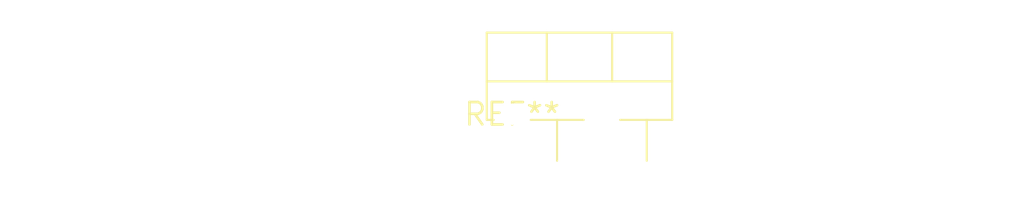
<source format=kicad_pcb>
(kicad_pcb (version 20240108) (generator pcbnew)
  (layers (0 "F.Cu" signal) (31 "B.Cu" signal) (34 "B.Paste" user) (35 "F.Paste" user) (36 "B.SilkS" user "B.Silkscreen") (37 "F.SilkS" user "F.Silkscreen") (38 "B.Mask" user) (39 "F.Mask" user) (44 "Edge.Cuts" user))
  (net 0 "")
  (footprint "TO-220F-4_P5.08x3.7mm_StaggerEven_Lead3.5mm_Vertical" (layer "F.Cu") (at 0 0)
    (property "Reference" "REF**")
    (property "Value" "TO-220F-4_P5.08x3.7mm_StaggerEven_Lead3.5mm_Vertical")
    (fp_line (start -1.44 -4.62) (end -1.44 0.321) (layer "F.SilkS") (stroke (width 0.12)))
    (fp_line (start -1.44 -4.62) (end 9.06 -4.62) (layer "F.SilkS") (stroke (width 0.12)))
    (fp_line (start -1.44 -1.861) (end 9.06 -1.861) (layer "F.SilkS") (stroke (width 0.12)))
    (fp_line (start -1.44 0.321) (end -1.05 0.321) (layer "F.SilkS") (stroke (width 0.12)))
    (fp_line (start 1.05 0.321) (end 4.049 0.321) (layer "F.SilkS") (stroke (width 0.12)))
    (fp_line (start 1.96 -4.62) (end 1.96 -1.861) (layer "F.SilkS") (stroke (width 0.12)))
    (fp_line (start 2.54 0.321) (end 2.54 2.635) (layer "F.SilkS") (stroke (width 0.12)))
    (fp_line (start 5.66 -4.62) (end 5.66 -1.861) (layer "F.SilkS") (stroke (width 0.12)))
    (fp_line (start 6.112 0.321) (end 9.06 0.321) (layer "F.SilkS") (stroke (width 0.12)))
    (fp_line (start 7.62 0.321) (end 7.62 2.635) (layer "F.SilkS") (stroke (width 0.12)))
    (fp_line (start 9.06 -4.62) (end 9.06 0.321) (layer "F.SilkS") (stroke (width 0.12)))
    (pad "1" thru_hole rect (at 0 0) (size 1.8 1.8) (drill 1.2) (layers *.Cu *.Mask) (remove_unused_layers))
    (pad "2" thru_hole oval (at 2.54 3.7) (size 1.8 1.8) (drill 1.2) (layers *.Cu *.Mask) (remove_unused_layers))
    (pad "3" thru_hole oval (at 5.08 0) (size 1.8 1.8) (drill 1.2) (layers *.Cu *.Mask) (remove_unused_layers))
    (pad "4" thru_hole oval (at 7.62 3.7) (size 1.8 1.8) (drill 1.2) (layers *.Cu *.Mask) (remove_unused_layers))
  )
)
</source>
